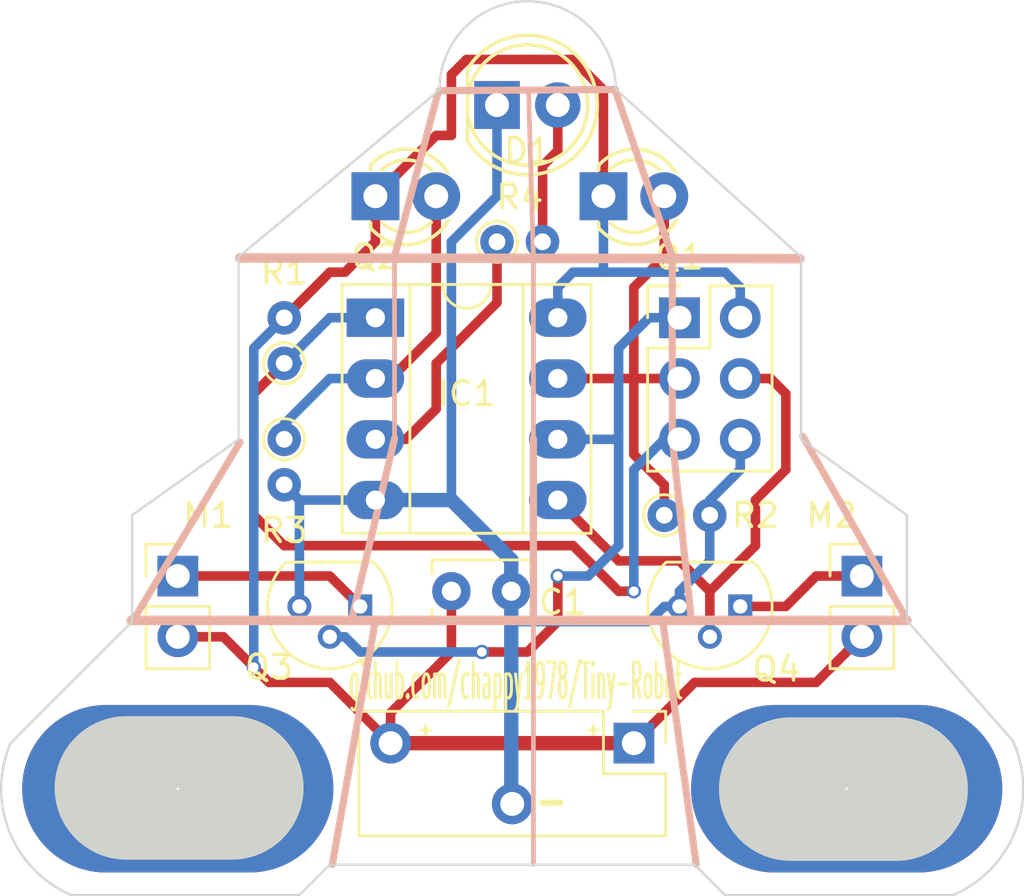
<source format=kicad_pcb>
(kicad_pcb (version 4) (host pcbnew 4.0.5)

  (general
    (links 32)
    (no_connects 0)
    (area 136.718983 69.269877 179.511017 106.730001)
    (thickness 1.6)
    (drawings 42)
    (tracks 127)
    (zones 0)
    (modules 17)
    (nets 12)
  )

  (page USLetter)
  (title_block
    (date 2000-12-31)
  )

  (layers
    (0 F.Cu signal)
    (31 B.Cu signal)
    (32 B.Adhes user hide)
    (33 F.Adhes user hide)
    (34 B.Paste user hide)
    (35 F.Paste user hide)
    (36 B.SilkS user)
    (37 F.SilkS user)
    (38 B.Mask user)
    (39 F.Mask user)
    (40 Dwgs.User user)
    (41 Cmts.User user)
    (42 Eco1.User user)
    (43 Eco2.User user)
    (44 Edge.Cuts user)
    (45 Margin user)
    (46 B.CrtYd user)
    (47 F.CrtYd user hide)
    (48 B.Fab user)
    (49 F.Fab user)
  )

  (setup
    (last_trace_width 0.4)
    (user_trace_width 0.3)
    (user_trace_width 0.35)
    (user_trace_width 0.4)
    (user_trace_width 0.45)
    (user_trace_width 0.5)
    (user_trace_width 0.55)
    (user_trace_width 0.6)
    (user_trace_width 0.65)
    (trace_clearance 0.2)
    (zone_clearance 0.508)
    (zone_45_only no)
    (trace_min 0.2)
    (segment_width 0.3)
    (edge_width 0.1)
    (via_size 0.6)
    (via_drill 0.4)
    (via_min_size 0.4)
    (via_min_drill 0.3)
    (user_via 0.5 0.4)
    (user_via 0.6 0.5)
    (user_via 0.7 0.6)
    (user_via 0.8 0.7)
    (user_via 0.9 0.8)
    (user_via 1 0.9)
    (user_via 1.1 1)
    (user_via 6.1 6)
    (uvia_size 0.3)
    (uvia_drill 0.1)
    (uvias_allowed no)
    (uvia_min_size 0.2)
    (uvia_min_drill 0.1)
    (pcb_text_width 0.3)
    (pcb_text_size 1.5 1.5)
    (mod_edge_width 0.15)
    (mod_text_size 1 1)
    (mod_text_width 0.15)
    (pad_size 13 7)
    (pad_drill 0.1)
    (pad_to_mask_clearance 0)
    (aux_axis_origin 148.4 102.23)
    (visible_elements FFFFF97F)
    (pcbplotparams
      (layerselection 0x01030_80000001)
      (usegerberextensions false)
      (excludeedgelayer true)
      (linewidth 0.100000)
      (plotframeref false)
      (viasonmask false)
      (mode 1)
      (useauxorigin false)
      (hpglpennumber 1)
      (hpglpenspeed 20)
      (hpglpendiameter 15)
      (hpglpenoverlay 2)
      (psnegative false)
      (psa4output false)
      (plotreference true)
      (plotvalue true)
      (plotinvisibletext false)
      (padsonsilk false)
      (subtractmaskfromsilk false)
      (outputformat 1)
      (mirror false)
      (drillshape 0)
      (scaleselection 1)
      (outputdirectory TinyRobot/))
  )

  (net 0 "")
  (net 1 VIN)
  (net 2 GND)
  (net 3 "Net-(D1-Pad2)")
  (net 4 PB5)
  (net 5 PB0)
  (net 6 "Net-(IC1-Pad2)")
  (net 7 PB1)
  (net 8 "Net-(IC1-Pad3)")
  (net 9 "Net-(IC1-Pad7)")
  (net 10 "Net-(M1-Pad1)")
  (net 11 "Net-(M2-Pad1)")

  (net_class Default "This is the default net class."
    (clearance 0.2)
    (trace_width 0.25)
    (via_dia 0.6)
    (via_drill 0.4)
    (uvia_dia 0.3)
    (uvia_drill 0.1)
    (add_net GND)
    (add_net "Net-(D1-Pad2)")
    (add_net "Net-(IC1-Pad2)")
    (add_net "Net-(IC1-Pad3)")
    (add_net "Net-(IC1-Pad7)")
    (add_net "Net-(M1-Pad1)")
    (add_net "Net-(M2-Pad1)")
    (add_net PB0)
    (add_net PB1)
    (add_net PB5)
    (add_net VIN)
  )

  (net_class Large ""
    (clearance 0.2)
    (trace_width 0.5)
    (via_dia 0.6)
    (via_drill 0.4)
    (uvia_dia 0.3)
    (uvia_drill 0.1)
  )

  (net_class Medium ""
    (clearance 0.2)
    (trace_width 0.4)
    (via_dia 0.6)
    (via_drill 0.4)
    (uvia_dia 0.3)
    (uvia_drill 0.1)
  )

  (module "Robot Parts:Motor_Holder" (layer F.Cu) (tedit 5925E0F5) (tstamp 5923DA6B)
    (at 172.085 102.235)
    (fp_text reference REF** (at 0 -6.35) (layer F.SilkS) hide
      (effects (font (size 1 1) (thickness 0.15)))
    )
    (fp_text value "Motor Holder" (at 0 -7.62) (layer F.Fab) hide
      (effects (font (size 1 1) (thickness 0.15)))
    )
    (pad "" thru_hole oval (at 0 0) (size 13 7) (drill oval 0.1) (layers *.Cu *.Mask))
  )

  (module "Robot Parts:Motor_Holder" (layer F.Cu) (tedit 5925E0C1) (tstamp 5923DA5D)
    (at 144.145 102.235)
    (fp_text reference REF** (at 0 -6.35) (layer F.SilkS) hide
      (effects (font (size 1 1) (thickness 0.15)))
    )
    (fp_text value "Motor Holder" (at 0 -7.62) (layer F.Fab) hide
      (effects (font (size 1 1) (thickness 0.15)))
    )
    (pad "" thru_hole oval (at 0 0) (size 13 7) (drill oval 0.1) (layers *.Cu *.Mask)
      (die_length 10))
  )

  (module Housings_DIP:DIP-8_W7.62mm_Socket_LongPads (layer F.Cu) (tedit 5923C21F) (tstamp 5923BB2F)
    (at 152.4 82.55)
    (descr "8-lead dip package, row spacing 7.62 mm (300 mils), Socket, LongPads")
    (tags "DIL DIP PDIP 2.54mm 7.62mm 300mil Socket LongPads")
    (path /585D596B)
    (fp_text reference IC1 (at 3.81 3.175) (layer F.SilkS)
      (effects (font (size 1 1) (thickness 0.15)))
    )
    (fp_text value ATTINY85 (at 3.81 10.01) (layer F.Fab) hide
      (effects (font (size 1 1) (thickness 0.15)))
    )
    (fp_text user %R (at 3.81 3.81) (layer F.Fab) hide
      (effects (font (size 1 1) (thickness 0.15)))
    )
    (fp_line (start 1.635 -1.27) (end 6.985 -1.27) (layer F.Fab) (width 0.1))
    (fp_line (start 6.985 -1.27) (end 6.985 8.89) (layer F.Fab) (width 0.1))
    (fp_line (start 6.985 8.89) (end 0.635 8.89) (layer F.Fab) (width 0.1))
    (fp_line (start 0.635 8.89) (end 0.635 -0.27) (layer F.Fab) (width 0.1))
    (fp_line (start 0.635 -0.27) (end 1.635 -1.27) (layer F.Fab) (width 0.1))
    (fp_line (start -1.27 -1.27) (end -1.27 8.89) (layer F.Fab) (width 0.1))
    (fp_line (start -1.27 8.89) (end 8.89 8.89) (layer F.Fab) (width 0.1))
    (fp_line (start 8.89 8.89) (end 8.89 -1.27) (layer F.Fab) (width 0.1))
    (fp_line (start 8.89 -1.27) (end -1.27 -1.27) (layer F.Fab) (width 0.1))
    (fp_line (start 2.81 -1.39) (end 1.44 -1.39) (layer F.SilkS) (width 0.12))
    (fp_line (start 1.44 -1.39) (end 1.44 9.01) (layer F.SilkS) (width 0.12))
    (fp_line (start 1.44 9.01) (end 6.18 9.01) (layer F.SilkS) (width 0.12))
    (fp_line (start 6.18 9.01) (end 6.18 -1.39) (layer F.SilkS) (width 0.12))
    (fp_line (start 6.18 -1.39) (end 4.81 -1.39) (layer F.SilkS) (width 0.12))
    (fp_line (start -1.39 -1.39) (end -1.39 9.01) (layer F.SilkS) (width 0.12))
    (fp_line (start -1.39 9.01) (end 9.01 9.01) (layer F.SilkS) (width 0.12))
    (fp_line (start 9.01 9.01) (end 9.01 -1.39) (layer F.SilkS) (width 0.12))
    (fp_line (start 9.01 -1.39) (end -1.39 -1.39) (layer F.SilkS) (width 0.12))
    (fp_line (start -1.7 -1.7) (end -1.7 9.3) (layer F.CrtYd) (width 0.05))
    (fp_line (start -1.7 9.3) (end 9.3 9.3) (layer F.CrtYd) (width 0.05))
    (fp_line (start 9.3 9.3) (end 9.3 -1.7) (layer F.CrtYd) (width 0.05))
    (fp_line (start 9.3 -1.7) (end -1.7 -1.7) (layer F.CrtYd) (width 0.05))
    (fp_arc (start 3.81 -1.39) (end 2.81 -1.39) (angle -180) (layer F.SilkS) (width 0.12))
    (pad 1 thru_hole rect (at 0 0) (size 2.4 1.6) (drill 0.8) (layers *.Cu *.Mask)
      (net 4 PB5))
    (pad 5 thru_hole oval (at 7.62 7.62) (size 2.4 1.6) (drill 0.8) (layers *.Cu *.Mask)
      (net 5 PB0))
    (pad 2 thru_hole oval (at 0 2.54) (size 2.4 1.6) (drill 0.8) (layers *.Cu *.Mask)
      (net 6 "Net-(IC1-Pad2)"))
    (pad 6 thru_hole oval (at 7.62 5.08) (size 2.4 1.6) (drill 0.8) (layers *.Cu *.Mask)
      (net 7 PB1))
    (pad 3 thru_hole oval (at 0 5.08) (size 2.4 1.6) (drill 0.8) (layers *.Cu *.Mask)
      (net 8 "Net-(IC1-Pad3)"))
    (pad 7 thru_hole oval (at 7.62 2.54) (size 2.4 1.6) (drill 0.8) (layers *.Cu *.Mask)
      (net 9 "Net-(IC1-Pad7)"))
    (pad 4 thru_hole oval (at 0 7.62) (size 2.4 1.6) (drill 0.8) (layers *.Cu *.Mask)
      (net 2 GND))
    (pad 8 thru_hole oval (at 7.62 0) (size 2.4 1.6) (drill 0.8) (layers *.Cu *.Mask)
      (net 1 VIN))
    (model ${KISYS3DMOD}/Housings_DIP.3dshapes/DIP-8_W7.62mm_Socket_LongPads.wrl
      (at (xyz 0 0 0))
      (scale (xyz 1 1 1))
      (rotate (xyz 0 0 0))
    )
  )

  (module "Robot Parts:CR2032_Battery_Holder" (layer F.Cu) (tedit 5925DB39) (tstamp 5923BB8C)
    (at 163.195 100.33 270)
    (descr "Through hole straight pin header, 2x05, 2.54mm pitch, double rows")
    (tags "Through hole pin header THT 2x05 2.54mm double row")
    (path /58603AEC)
    (fp_text reference P1 (at 3.175 10.16 360) (layer F.SilkS) hide
      (effects (font (size 1 1) (thickness 0.15)))
    )
    (fp_text value BATT (at 1.27 12.49 270) (layer F.Fab) hide
      (effects (font (size 1 1) (thickness 0.15)))
    )
    (fp_line (start -1.27 -1.27) (end -1.27 11.43) (layer F.Fab) (width 0.1))
    (fp_line (start -1.27 11.43) (end 3.81 11.43) (layer F.Fab) (width 0.1))
    (fp_line (start 3.81 11.43) (end 3.81 -1.27) (layer F.Fab) (width 0.1))
    (fp_line (start 3.81 -1.27) (end -1.27 -1.27) (layer F.Fab) (width 0.1))
    (fp_line (start -1.33 1.27) (end -1.33 11.49) (layer F.SilkS) (width 0.12))
    (fp_line (start -1.33 11.49) (end 3.87 11.49) (layer F.SilkS) (width 0.12))
    (fp_line (start 3.87 11.49) (end 3.87 -1.33) (layer F.SilkS) (width 0.12))
    (fp_line (start 3.87 -1.33) (end 1.27 -1.33) (layer F.SilkS) (width 0.12))
    (fp_line (start 1.27 -1.33) (end 1.27 1.27) (layer F.SilkS) (width 0.12))
    (fp_line (start 1.27 1.27) (end -1.33 1.27) (layer F.SilkS) (width 0.12))
    (fp_line (start -1.33 0) (end -1.33 -1.33) (layer F.SilkS) (width 0.12))
    (fp_line (start -1.33 -1.33) (end 0 -1.33) (layer F.SilkS) (width 0.12))
    (fp_line (start -1.8 -1.8) (end -1.8 11.95) (layer F.CrtYd) (width 0.05))
    (fp_line (start -1.8 11.95) (end 4.35 11.95) (layer F.CrtYd) (width 0.05))
    (fp_line (start 4.35 11.95) (end 4.35 -1.8) (layer F.CrtYd) (width 0.05))
    (fp_line (start 4.35 -1.8) (end -1.8 -1.8) (layer F.CrtYd) (width 0.05))
    (fp_text user BATT (at 0 5.08 360) (layer F.Fab)
      (effects (font (size 1 1) (thickness 0.15) italic))
    )
    (pad 1 thru_hole rect (at 0 0 270) (size 1.7 1.7) (drill 1) (layers *.Cu *.Mask)
      (net 1 VIN))
    (pad 3 thru_hole oval (at 0 10.16 270) (size 1.7 1.7) (drill 1) (layers *.Cu *.Mask)
      (net 1 VIN))
    (pad 2 thru_hole oval (at 2.54 5.08 270) (size 1.7 1.7) (drill 1) (layers *.Cu *.Mask)
      (net 2 GND))
    (model ${KISYS3DMOD}/Pin_Headers.3dshapes/Pin_Header_Straight_2x05_Pitch2.54mm.wrl
      (at (xyz 0.05 -0.2 0))
      (scale (xyz 1 1 1))
      (rotate (xyz 0 0 90))
    )
  )

  (module Capacitors_THT:C_Rect_L4.0mm_W2.5mm_P2.50mm (layer F.Cu) (tedit 59263013) (tstamp 5923BAFF)
    (at 155.575 93.98)
    (descr "C, Rect series, Radial, pin pitch=2.50mm, , length*width=4*2.5mm^2, Capacitor")
    (tags "C Rect series Radial pin pitch 2.50mm  length 4mm width 2.5mm Capacitor")
    (path /58603FF2)
    (fp_text reference C1 (at 4.635 0.46) (layer F.SilkS)
      (effects (font (size 1 1) (thickness 0.15)))
    )
    (fp_text value 10uf (at 1.25 2.31) (layer F.Fab) hide
      (effects (font (size 1 1) (thickness 0.15)))
    )
    (fp_line (start -0.75 -1.25) (end -0.75 1.25) (layer F.Fab) (width 0.1))
    (fp_line (start -0.75 1.25) (end 3.25 1.25) (layer F.Fab) (width 0.1))
    (fp_line (start 3.25 1.25) (end 3.25 -1.25) (layer F.Fab) (width 0.1))
    (fp_line (start 3.25 -1.25) (end -0.75 -1.25) (layer F.Fab) (width 0.1))
    (fp_line (start -0.81 -1.31) (end 3.31 -1.31) (layer F.SilkS) (width 0.12))
    (fp_line (start -0.81 1.31) (end 3.31 1.31) (layer F.SilkS) (width 0.12))
    (fp_line (start -0.81 -1.31) (end -0.81 -0.75) (layer F.SilkS) (width 0.12))
    (fp_line (start -0.81 0.75) (end -0.81 1.31) (layer F.SilkS) (width 0.12))
    (fp_line (start 3.31 -1.31) (end 3.31 -0.75) (layer F.SilkS) (width 0.12))
    (fp_line (start 3.31 0.75) (end 3.31 1.31) (layer F.SilkS) (width 0.12))
    (fp_line (start -1.1 -1.6) (end -1.1 1.6) (layer F.CrtYd) (width 0.05))
    (fp_line (start -1.1 1.6) (end 3.6 1.6) (layer F.CrtYd) (width 0.05))
    (fp_line (start 3.6 1.6) (end 3.6 -1.6) (layer F.CrtYd) (width 0.05))
    (fp_line (start 3.6 -1.6) (end -1.1 -1.6) (layer F.CrtYd) (width 0.05))
    (pad 1 thru_hole circle (at 0 0) (size 1.6 1.6) (drill 0.8) (layers *.Cu *.Mask)
      (net 1 VIN))
    (pad 2 thru_hole circle (at 2.5 0) (size 1.6 1.6) (drill 0.8) (layers *.Cu *.Mask)
      (net 2 GND))
    (model Capacitors_THT.3dshapes/C_Rect_L4.0mm_W2.5mm_P2.50mm.wrl
      (at (xyz 0 0 0))
      (scale (xyz 0.393701 0.393701 0.393701))
      (rotate (xyz 0 0 0))
    )
  )

  (module LEDs:LED-5MM (layer F.Cu) (tedit 5924F56B) (tstamp 5923BB0B)
    (at 157.48 73.66)
    (descr "LED 5mm round vertical")
    (tags "LED 5mm round vertical")
    (path /585EB84A)
    (fp_text reference D1 (at 1.27 1.905) (layer F.SilkS)
      (effects (font (size 1 1) (thickness 0.15)))
    )
    (fp_text value "Red LED" (at 1.524 -3.937) (layer F.Fab) hide
      (effects (font (size 1 1) (thickness 0.15)))
    )
    (fp_line (start -1.5 -1.55) (end -1.5 1.55) (layer F.CrtYd) (width 0.05))
    (fp_arc (start 1.3 0) (end -1.5 1.55) (angle -302) (layer F.CrtYd) (width 0.05))
    (fp_arc (start 1.27 0) (end -1.23 -1.5) (angle 297.5) (layer F.SilkS) (width 0.15))
    (fp_line (start -1.23 1.5) (end -1.23 -1.5) (layer F.SilkS) (width 0.15))
    (fp_circle (center 1.27 0) (end 0.97 -2.5) (layer F.SilkS) (width 0.15))
    (fp_text user K (at -1.905 1.905) (layer F.SilkS) hide
      (effects (font (size 1 1) (thickness 0.15)))
    )
    (pad 1 thru_hole rect (at 0 0 90) (size 2 1.9) (drill 1.00076) (layers *.Cu *.Mask)
      (net 2 GND))
    (pad 2 thru_hole circle (at 2.54 0) (size 1.9 1.9) (drill 1.00076) (layers *.Cu *.Mask)
      (net 3 "Net-(D1-Pad2)"))
    (model LEDs.3dshapes/LED-5MM.wrl
      (at (xyz 0.05 0 0))
      (scale (xyz 1 1 1))
      (rotate (xyz 0 0 90))
    )
  )

  (module Pin_Headers:Pin_Header_Straight_2x03_Pitch2.54mm (layer F.Cu) (tedit 5924F3C7) (tstamp 5923BB4A)
    (at 165.1 82.55)
    (descr "Through hole straight pin header, 2x03, 2.54mm pitch, double rows")
    (tags "Through hole pin header THT 2x03 2.54mm double row")
    (path /585EDFD6)
    (fp_text reference ISP1 (at 1.27 -2.33) (layer F.SilkS) hide
      (effects (font (size 1 1) (thickness 0.15)))
    )
    (fp_text value AVR-ISP-6 (at 1.27 7.41) (layer F.Fab) hide
      (effects (font (size 1 1) (thickness 0.15)))
    )
    (fp_line (start -1.27 -1.27) (end -1.27 6.35) (layer F.Fab) (width 0.1))
    (fp_line (start -1.27 6.35) (end 3.81 6.35) (layer F.Fab) (width 0.1))
    (fp_line (start 3.81 6.35) (end 3.81 -1.27) (layer F.Fab) (width 0.1))
    (fp_line (start 3.81 -1.27) (end -1.27 -1.27) (layer F.Fab) (width 0.1))
    (fp_line (start -1.33 1.27) (end -1.33 6.41) (layer F.SilkS) (width 0.12))
    (fp_line (start -1.33 6.41) (end 3.87 6.41) (layer F.SilkS) (width 0.12))
    (fp_line (start 3.87 6.41) (end 3.87 -1.33) (layer F.SilkS) (width 0.12))
    (fp_line (start 3.87 -1.33) (end 1.27 -1.33) (layer F.SilkS) (width 0.12))
    (fp_line (start 1.27 -1.33) (end 1.27 1.27) (layer F.SilkS) (width 0.12))
    (fp_line (start 1.27 1.27) (end -1.33 1.27) (layer F.SilkS) (width 0.12))
    (fp_line (start -1.33 0) (end -1.33 -1.33) (layer F.SilkS) (width 0.12))
    (fp_line (start -1.33 -1.33) (end 0 -1.33) (layer F.SilkS) (width 0.12))
    (fp_line (start -1.8 -1.8) (end -1.8 6.85) (layer F.CrtYd) (width 0.05))
    (fp_line (start -1.8 6.85) (end 4.35 6.85) (layer F.CrtYd) (width 0.05))
    (fp_line (start 4.35 6.85) (end 4.35 -1.8) (layer F.CrtYd) (width 0.05))
    (fp_line (start 4.35 -1.8) (end -1.8 -1.8) (layer F.CrtYd) (width 0.05))
    (fp_text user %R (at 1.27 -2.33) (layer F.Fab) hide
      (effects (font (size 1 1) (thickness 0.15)))
    )
    (pad 1 thru_hole rect (at 0 0) (size 1.7 1.7) (drill 1) (layers *.Cu *.Mask)
      (net 7 PB1))
    (pad 2 thru_hole oval (at 2.54 0) (size 1.7 1.7) (drill 1) (layers *.Cu *.Mask)
      (net 1 VIN))
    (pad 3 thru_hole oval (at 0 2.54) (size 1.7 1.7) (drill 1) (layers *.Cu *.Mask)
      (net 9 "Net-(IC1-Pad7)"))
    (pad 4 thru_hole oval (at 2.54 2.54) (size 1.7 1.7) (drill 1) (layers *.Cu *.Mask)
      (net 5 PB0))
    (pad 5 thru_hole oval (at 0 5.08) (size 1.7 1.7) (drill 1) (layers *.Cu *.Mask)
      (net 4 PB5))
    (pad 6 thru_hole oval (at 2.54 5.08) (size 1.7 1.7) (drill 1) (layers *.Cu *.Mask)
      (net 2 GND))
    (model ${KISYS3DMOD}/Pin_Headers.3dshapes/Pin_Header_Straight_2x03_Pitch2.54mm.wrl
      (at (xyz 0.05 -0.1 0))
      (scale (xyz 1 1 1))
      (rotate (xyz 0 0 90))
    )
  )

  (module Pin_Headers:Pin_Header_Straight_1x02_Pitch2.54mm (layer F.Cu) (tedit 5924F8B9) (tstamp 5923BB5F)
    (at 144.145 93.345)
    (descr "Through hole straight pin header, 1x02, 2.54mm pitch, single row")
    (tags "Through hole pin header THT 1x02 2.54mm single row")
    (path /585ED9F8)
    (fp_text reference M1 (at 1.27 -2.54) (layer F.SilkS)
      (effects (font (size 1 1) (thickness 0.15)))
    )
    (fp_text value Left (at 0 4.87) (layer F.Fab) hide
      (effects (font (size 1 1) (thickness 0.15)))
    )
    (fp_line (start -1.27 -1.27) (end -1.27 3.81) (layer F.Fab) (width 0.1))
    (fp_line (start -1.27 3.81) (end 1.27 3.81) (layer F.Fab) (width 0.1))
    (fp_line (start 1.27 3.81) (end 1.27 -1.27) (layer F.Fab) (width 0.1))
    (fp_line (start 1.27 -1.27) (end -1.27 -1.27) (layer F.Fab) (width 0.1))
    (fp_line (start -1.33 1.27) (end -1.33 3.87) (layer F.SilkS) (width 0.12))
    (fp_line (start -1.33 3.87) (end 1.33 3.87) (layer F.SilkS) (width 0.12))
    (fp_line (start 1.33 3.87) (end 1.33 1.27) (layer F.SilkS) (width 0.12))
    (fp_line (start 1.33 1.27) (end -1.33 1.27) (layer F.SilkS) (width 0.12))
    (fp_line (start -1.33 0) (end -1.33 -1.33) (layer F.SilkS) (width 0.12))
    (fp_line (start -1.33 -1.33) (end 0 -1.33) (layer F.SilkS) (width 0.12))
    (fp_line (start -1.8 -1.8) (end -1.8 4.35) (layer F.CrtYd) (width 0.05))
    (fp_line (start -1.8 4.35) (end 1.8 4.35) (layer F.CrtYd) (width 0.05))
    (fp_line (start 1.8 4.35) (end 1.8 -1.8) (layer F.CrtYd) (width 0.05))
    (fp_line (start 1.8 -1.8) (end -1.8 -1.8) (layer F.CrtYd) (width 0.05))
    (fp_text user %R (at 0 -2.33) (layer F.Fab) hide
      (effects (font (size 1 1) (thickness 0.15)))
    )
    (pad 1 thru_hole rect (at 0 0) (size 1.7 1.7) (drill 1) (layers *.Cu *.Mask)
      (net 10 "Net-(M1-Pad1)"))
    (pad 2 thru_hole oval (at 0 2.54) (size 1.7 1.7) (drill 1) (layers *.Cu *.Mask)
      (net 1 VIN))
    (model ${KISYS3DMOD}/Pin_Headers.3dshapes/Pin_Header_Straight_1x02_Pitch2.54mm.wrl
      (at (xyz 0 -0.05 0))
      (scale (xyz 1 1 1))
      (rotate (xyz 0 0 90))
    )
  )

  (module Pin_Headers:Pin_Header_Straight_1x02_Pitch2.54mm (layer F.Cu) (tedit 5924F8C0) (tstamp 5923BB74)
    (at 172.72 93.345)
    (descr "Through hole straight pin header, 1x02, 2.54mm pitch, single row")
    (tags "Through hole pin header THT 1x02 2.54mm single row")
    (path /585ED62A)
    (fp_text reference M2 (at -1.27 -2.54) (layer F.SilkS)
      (effects (font (size 1 1) (thickness 0.15)))
    )
    (fp_text value Right (at 0 4.87) (layer F.Fab) hide
      (effects (font (size 1 1) (thickness 0.15)))
    )
    (fp_line (start -1.27 -1.27) (end -1.27 3.81) (layer F.Fab) (width 0.1))
    (fp_line (start -1.27 3.81) (end 1.27 3.81) (layer F.Fab) (width 0.1))
    (fp_line (start 1.27 3.81) (end 1.27 -1.27) (layer F.Fab) (width 0.1))
    (fp_line (start 1.27 -1.27) (end -1.27 -1.27) (layer F.Fab) (width 0.1))
    (fp_line (start -1.33 1.27) (end -1.33 3.87) (layer F.SilkS) (width 0.12))
    (fp_line (start -1.33 3.87) (end 1.33 3.87) (layer F.SilkS) (width 0.12))
    (fp_line (start 1.33 3.87) (end 1.33 1.27) (layer F.SilkS) (width 0.12))
    (fp_line (start 1.33 1.27) (end -1.33 1.27) (layer F.SilkS) (width 0.12))
    (fp_line (start -1.33 0) (end -1.33 -1.33) (layer F.SilkS) (width 0.12))
    (fp_line (start -1.33 -1.33) (end 0 -1.33) (layer F.SilkS) (width 0.12))
    (fp_line (start -1.8 -1.8) (end -1.8 4.35) (layer F.CrtYd) (width 0.05))
    (fp_line (start -1.8 4.35) (end 1.8 4.35) (layer F.CrtYd) (width 0.05))
    (fp_line (start 1.8 4.35) (end 1.8 -1.8) (layer F.CrtYd) (width 0.05))
    (fp_line (start 1.8 -1.8) (end -1.8 -1.8) (layer F.CrtYd) (width 0.05))
    (fp_text user %R (at 0 -2.33) (layer F.Fab) hide
      (effects (font (size 1 1) (thickness 0.15)))
    )
    (pad 1 thru_hole rect (at 0 0) (size 1.7 1.7) (drill 1) (layers *.Cu *.Mask)
      (net 11 "Net-(M2-Pad1)"))
    (pad 2 thru_hole oval (at 0 2.54) (size 1.7 1.7) (drill 1) (layers *.Cu *.Mask)
      (net 1 VIN))
    (model ${KISYS3DMOD}/Pin_Headers.3dshapes/Pin_Header_Straight_1x02_Pitch2.54mm.wrl
      (at (xyz 0 -0.05 0))
      (scale (xyz 1 1 1))
      (rotate (xyz 0 0 90))
    )
  )

  (module LEDs:LED-3MM (layer F.Cu) (tedit 5924F529) (tstamp 5923BB9D)
    (at 161.925 77.47)
    (descr "LED 3mm round vertical")
    (tags "LED  3mm round vertical")
    (path /585EC75E)
    (fp_text reference Q1 (at 3.175 2.54) (layer F.SilkS)
      (effects (font (size 1 1) (thickness 0.15)))
    )
    (fp_text value Right (at 1.3 -2.9) (layer F.Fab) hide
      (effects (font (size 1 1) (thickness 0.15)))
    )
    (fp_line (start -1.2 2.3) (end 3.8 2.3) (layer F.CrtYd) (width 0.05))
    (fp_line (start 3.8 2.3) (end 3.8 -2.2) (layer F.CrtYd) (width 0.05))
    (fp_line (start 3.8 -2.2) (end -1.2 -2.2) (layer F.CrtYd) (width 0.05))
    (fp_line (start -1.2 -2.2) (end -1.2 2.3) (layer F.CrtYd) (width 0.05))
    (fp_line (start -0.199 1.314) (end -0.199 1.114) (layer F.SilkS) (width 0.15))
    (fp_line (start -0.199 -1.28) (end -0.199 -1.1) (layer F.SilkS) (width 0.15))
    (fp_arc (start 1.301 0.034) (end -0.199 -1.286) (angle 108.5) (layer F.SilkS) (width 0.15))
    (fp_arc (start 1.301 0.034) (end 0.25 -1.1) (angle 85.7) (layer F.SilkS) (width 0.15))
    (fp_arc (start 1.311 0.034) (end 3.051 0.994) (angle 110) (layer F.SilkS) (width 0.15))
    (fp_arc (start 1.301 0.034) (end 2.335 1.094) (angle 87.5) (layer F.SilkS) (width 0.15))
    (fp_text user K (at -1.69 1.74) (layer F.SilkS) hide
      (effects (font (size 1 1) (thickness 0.15)))
    )
    (pad 1 thru_hole rect (at 0 0 90) (size 2 2) (drill 1.00076) (layers *.Cu *.Mask)
      (net 1 VIN))
    (pad 2 thru_hole circle (at 2.54 0) (size 2 2) (drill 1.00076) (layers *.Cu *.Mask)
      (net 9 "Net-(IC1-Pad7)"))
    (model LEDs.3dshapes/LED-3MM.wrl
      (at (xyz 0.05 0 0))
      (scale (xyz 1 1 1))
      (rotate (xyz 0 0 90))
    )
  )

  (module LEDs:LED-3MM (layer F.Cu) (tedit 5924F52E) (tstamp 5923BBAE)
    (at 152.4 77.47)
    (descr "LED 3mm round vertical")
    (tags "LED  3mm round vertical")
    (path /585EBACA)
    (fp_text reference Q2 (at 0 2.54) (layer F.SilkS)
      (effects (font (size 1 1) (thickness 0.15)))
    )
    (fp_text value Left (at 1.3 -2.9) (layer F.Fab) hide
      (effects (font (size 1 1) (thickness 0.15)))
    )
    (fp_line (start -1.2 2.3) (end 3.8 2.3) (layer F.CrtYd) (width 0.05))
    (fp_line (start 3.8 2.3) (end 3.8 -2.2) (layer F.CrtYd) (width 0.05))
    (fp_line (start 3.8 -2.2) (end -1.2 -2.2) (layer F.CrtYd) (width 0.05))
    (fp_line (start -1.2 -2.2) (end -1.2 2.3) (layer F.CrtYd) (width 0.05))
    (fp_line (start -0.199 1.314) (end -0.199 1.114) (layer F.SilkS) (width 0.15))
    (fp_line (start -0.199 -1.28) (end -0.199 -1.1) (layer F.SilkS) (width 0.15))
    (fp_arc (start 1.301 0.034) (end -0.199 -1.286) (angle 108.5) (layer F.SilkS) (width 0.15))
    (fp_arc (start 1.301 0.034) (end 0.25 -1.1) (angle 85.7) (layer F.SilkS) (width 0.15))
    (fp_arc (start 1.311 0.034) (end 3.051 0.994) (angle 110) (layer F.SilkS) (width 0.15))
    (fp_arc (start 1.301 0.034) (end 2.335 1.094) (angle 87.5) (layer F.SilkS) (width 0.15))
    (fp_text user K (at -1.69 1.74) (layer F.SilkS) hide
      (effects (font (size 1 1) (thickness 0.15)))
    )
    (pad 1 thru_hole rect (at 0 0 90) (size 2 2) (drill 1.00076) (layers *.Cu *.Mask)
      (net 1 VIN))
    (pad 2 thru_hole circle (at 2.54 0) (size 2 2) (drill 1.00076) (layers *.Cu *.Mask)
      (net 6 "Net-(IC1-Pad2)"))
    (model LEDs.3dshapes/LED-3MM.wrl
      (at (xyz 0.05 0 0))
      (scale (xyz 1 1 1))
      (rotate (xyz 0 0 90))
    )
  )

  (module TO_SOT_Packages_THT:TO-92_Molded_Narrow (layer F.Cu) (tedit 5924F945) (tstamp 5923BBC0)
    (at 151.765 94.615 180)
    (descr "TO-92 leads molded, narrow, drill 0.6mm (see NXP sot054_po.pdf)")
    (tags "to-92 sc-43 sc-43a sot54 PA33 transistor")
    (path /5922FD28)
    (fp_text reference Q3 (at 3.81 -2.54 180) (layer F.SilkS)
      (effects (font (size 1 1) (thickness 0.15)))
    )
    (fp_text value BS170 (at 1.27 2.79 180) (layer F.Fab) hide
      (effects (font (size 1 1) (thickness 0.15)))
    )
    (fp_text user %R (at 1.27 -3.56 180) (layer F.Fab) hide
      (effects (font (size 1 1) (thickness 0.15)))
    )
    (fp_line (start -0.53 1.85) (end 3.07 1.85) (layer F.SilkS) (width 0.12))
    (fp_line (start -0.5 1.75) (end 3 1.75) (layer F.Fab) (width 0.1))
    (fp_line (start -1.46 -2.73) (end 4 -2.73) (layer F.CrtYd) (width 0.05))
    (fp_line (start -1.46 -2.73) (end -1.46 2.01) (layer F.CrtYd) (width 0.05))
    (fp_line (start 4 2.01) (end 4 -2.73) (layer F.CrtYd) (width 0.05))
    (fp_line (start 4 2.01) (end -1.46 2.01) (layer F.CrtYd) (width 0.05))
    (fp_arc (start 1.27 0) (end 1.27 -2.48) (angle 135) (layer F.Fab) (width 0.1))
    (fp_arc (start 1.27 0) (end 1.27 -2.6) (angle -135) (layer F.SilkS) (width 0.12))
    (fp_arc (start 1.27 0) (end 1.27 -2.48) (angle -135) (layer F.Fab) (width 0.1))
    (fp_arc (start 1.27 0) (end 1.27 -2.6) (angle 135) (layer F.SilkS) (width 0.12))
    (pad 2 thru_hole circle (at 1.27 -1.27 270) (size 1 1) (drill 0.6) (layers *.Cu *.Mask)
      (net 7 PB1))
    (pad 3 thru_hole circle (at 2.54 0 270) (size 1 1) (drill 0.6) (layers *.Cu *.Mask)
      (net 2 GND))
    (pad 1 thru_hole rect (at 0 0 270) (size 1 1) (drill 0.6) (layers *.Cu *.Mask)
      (net 10 "Net-(M1-Pad1)"))
    (model ${KISYS3DMOD}/TO_SOT_Packages_THT.3dshapes/TO-92_Molded_Narrow.wrl
      (at (xyz 0.05 0 0))
      (scale (xyz 1 1 1))
      (rotate (xyz 0 0 -90))
    )
  )

  (module TO_SOT_Packages_THT:TO-92_Molded_Narrow (layer F.Cu) (tedit 5926300A) (tstamp 5923BBD2)
    (at 167.64 94.615 180)
    (descr "TO-92 leads molded, narrow, drill 0.6mm (see NXP sot054_po.pdf)")
    (tags "to-92 sc-43 sc-43a sot54 PA33 transistor")
    (path /5922FCE7)
    (fp_text reference Q4 (at -1.51 -2.615 180) (layer F.SilkS)
      (effects (font (size 1 1) (thickness 0.15)))
    )
    (fp_text value BS170 (at 1.27 2.79 180) (layer F.Fab) hide
      (effects (font (size 1 1) (thickness 0.15)))
    )
    (fp_text user %R (at 1.27 -3.56 180) (layer F.Fab) hide
      (effects (font (size 1 1) (thickness 0.15)))
    )
    (fp_line (start -0.53 1.85) (end 3.07 1.85) (layer F.SilkS) (width 0.12))
    (fp_line (start -0.5 1.75) (end 3 1.75) (layer F.Fab) (width 0.1))
    (fp_line (start -1.46 -2.73) (end 4 -2.73) (layer F.CrtYd) (width 0.05))
    (fp_line (start -1.46 -2.73) (end -1.46 2.01) (layer F.CrtYd) (width 0.05))
    (fp_line (start 4 2.01) (end 4 -2.73) (layer F.CrtYd) (width 0.05))
    (fp_line (start 4 2.01) (end -1.46 2.01) (layer F.CrtYd) (width 0.05))
    (fp_arc (start 1.27 0) (end 1.27 -2.48) (angle 135) (layer F.Fab) (width 0.1))
    (fp_arc (start 1.27 0) (end 1.27 -2.6) (angle -135) (layer F.SilkS) (width 0.12))
    (fp_arc (start 1.27 0) (end 1.27 -2.48) (angle -135) (layer F.Fab) (width 0.1))
    (fp_arc (start 1.27 0) (end 1.27 -2.6) (angle 135) (layer F.SilkS) (width 0.12))
    (pad 2 thru_hole circle (at 1.27 -1.27 270) (size 1 1) (drill 0.6) (layers *.Cu *.Mask)
      (net 5 PB0))
    (pad 3 thru_hole circle (at 2.54 0 270) (size 1 1) (drill 0.6) (layers *.Cu *.Mask)
      (net 2 GND))
    (pad 1 thru_hole rect (at 0 0 270) (size 1 1) (drill 0.6) (layers *.Cu *.Mask)
      (net 11 "Net-(M2-Pad1)"))
    (model ${KISYS3DMOD}/TO_SOT_Packages_THT.3dshapes/TO-92_Molded_Narrow.wrl
      (at (xyz 0.05 0 0))
      (scale (xyz 1 1 1))
      (rotate (xyz 0 0 -90))
    )
  )

  (module Resistors_THT:R_Axial_DIN0204_L3.6mm_D1.6mm_P1.90mm_Vertical (layer F.Cu) (tedit 5924F930) (tstamp 5923BBE0)
    (at 148.59 84.455 90)
    (descr "Resistor, Axial_DIN0204 series, Axial, Vertical, pin pitch=1.9mm, 0.16666666666666666W = 1/6W, length*diameter=3.6*1.6mm^2, http://cdn-reichelt.de/documents/datenblatt/B400/1_4W%23YAG.pdf")
    (tags "Resistor Axial_DIN0204 series Axial Vertical pin pitch 1.9mm 0.16666666666666666W = 1/6W length 3.6mm diameter 1.6mm")
    (path /586046CF)
    (fp_text reference R1 (at 3.81 0 180) (layer F.SilkS)
      (effects (font (size 1 1) (thickness 0.15)))
    )
    (fp_text value 10K (at 0.95 1.86 90) (layer F.Fab) hide
      (effects (font (size 1 1) (thickness 0.15)))
    )
    (fp_circle (center 0 0) (end 0.8 0) (layer F.Fab) (width 0.1))
    (fp_circle (center 0 0) (end 0.86 0) (layer F.SilkS) (width 0.12))
    (fp_line (start 0 0) (end 1.9 0) (layer F.Fab) (width 0.1))
    (fp_line (start 0.86 0) (end 0.9 0) (layer F.SilkS) (width 0.12))
    (fp_line (start -1.15 -1.15) (end -1.15 1.15) (layer F.CrtYd) (width 0.05))
    (fp_line (start -1.15 1.15) (end 2.95 1.15) (layer F.CrtYd) (width 0.05))
    (fp_line (start 2.95 1.15) (end 2.95 -1.15) (layer F.CrtYd) (width 0.05))
    (fp_line (start 2.95 -1.15) (end -1.15 -1.15) (layer F.CrtYd) (width 0.05))
    (pad 1 thru_hole circle (at 0 0 90) (size 1.4 1.4) (drill 0.7) (layers *.Cu *.Mask)
      (net 4 PB5))
    (pad 2 thru_hole oval (at 1.9 0 90) (size 1.4 1.4) (drill 0.7) (layers *.Cu *.Mask)
      (net 1 VIN))
    (model Resistors_THT.3dshapes/R_Axial_DIN0204_L3.6mm_D1.6mm_P1.90mm_Vertical.wrl
      (at (xyz 0 0 0))
      (scale (xyz 0.393701 0.393701 0.393701))
      (rotate (xyz 0 0 0))
    )
  )

  (module Resistors_THT:R_Axial_DIN0204_L3.6mm_D1.6mm_P1.90mm_Vertical (layer F.Cu) (tedit 5924F521) (tstamp 5923BBEE)
    (at 164.465 90.805)
    (descr "Resistor, Axial_DIN0204 series, Axial, Vertical, pin pitch=1.9mm, 0.16666666666666666W = 1/6W, length*diameter=3.6*1.6mm^2, http://cdn-reichelt.de/documents/datenblatt/B400/1_4W%23YAG.pdf")
    (tags "Resistor Axial_DIN0204 series Axial Vertical pin pitch 1.9mm 0.16666666666666666W = 1/6W length 3.6mm diameter 1.6mm")
    (path /585EC774)
    (fp_text reference R2 (at 3.81 0) (layer F.SilkS)
      (effects (font (size 1 1) (thickness 0.15)))
    )
    (fp_text value 10k (at 0.95 1.86) (layer F.Fab) hide
      (effects (font (size 1 1) (thickness 0.15)))
    )
    (fp_circle (center 0 0) (end 0.8 0) (layer F.Fab) (width 0.1))
    (fp_circle (center 0 0) (end 0.86 0) (layer F.SilkS) (width 0.12))
    (fp_line (start 0 0) (end 1.9 0) (layer F.Fab) (width 0.1))
    (fp_line (start 0.86 0) (end 0.9 0) (layer F.SilkS) (width 0.12))
    (fp_line (start -1.15 -1.15) (end -1.15 1.15) (layer F.CrtYd) (width 0.05))
    (fp_line (start -1.15 1.15) (end 2.95 1.15) (layer F.CrtYd) (width 0.05))
    (fp_line (start 2.95 1.15) (end 2.95 -1.15) (layer F.CrtYd) (width 0.05))
    (fp_line (start 2.95 -1.15) (end -1.15 -1.15) (layer F.CrtYd) (width 0.05))
    (pad 1 thru_hole circle (at 0 0) (size 1.4 1.4) (drill 0.7) (layers *.Cu *.Mask)
      (net 9 "Net-(IC1-Pad7)"))
    (pad 2 thru_hole oval (at 1.9 0) (size 1.4 1.4) (drill 0.7) (layers *.Cu *.Mask)
      (net 2 GND))
    (model Resistors_THT.3dshapes/R_Axial_DIN0204_L3.6mm_D1.6mm_P1.90mm_Vertical.wrl
      (at (xyz 0 0 0))
      (scale (xyz 0.393701 0.393701 0.393701))
      (rotate (xyz 0 0 0))
    )
  )

  (module Resistors_THT:R_Axial_DIN0204_L3.6mm_D1.6mm_P1.90mm_Vertical (layer F.Cu) (tedit 5924F4C4) (tstamp 5923BBFC)
    (at 148.59 87.63 270)
    (descr "Resistor, Axial_DIN0204 series, Axial, Vertical, pin pitch=1.9mm, 0.16666666666666666W = 1/6W, length*diameter=3.6*1.6mm^2, http://cdn-reichelt.de/documents/datenblatt/B400/1_4W%23YAG.pdf")
    (tags "Resistor Axial_DIN0204 series Axial Vertical pin pitch 1.9mm 0.16666666666666666W = 1/6W length 3.6mm diameter 1.6mm")
    (path /585EC343)
    (fp_text reference R3 (at 3.81 0 360) (layer F.SilkS)
      (effects (font (size 1 1) (thickness 0.15)))
    )
    (fp_text value 10k (at 0.95 1.86 270) (layer F.Fab) hide
      (effects (font (size 1 1) (thickness 0.15)))
    )
    (fp_circle (center 0 0) (end 0.8 0) (layer F.Fab) (width 0.1))
    (fp_circle (center 0 0) (end 0.86 0) (layer F.SilkS) (width 0.12))
    (fp_line (start 0 0) (end 1.9 0) (layer F.Fab) (width 0.1))
    (fp_line (start 0.86 0) (end 0.9 0) (layer F.SilkS) (width 0.12))
    (fp_line (start -1.15 -1.15) (end -1.15 1.15) (layer F.CrtYd) (width 0.05))
    (fp_line (start -1.15 1.15) (end 2.95 1.15) (layer F.CrtYd) (width 0.05))
    (fp_line (start 2.95 1.15) (end 2.95 -1.15) (layer F.CrtYd) (width 0.05))
    (fp_line (start 2.95 -1.15) (end -1.15 -1.15) (layer F.CrtYd) (width 0.05))
    (pad 1 thru_hole circle (at 0 0 270) (size 1.4 1.4) (drill 0.7) (layers *.Cu *.Mask)
      (net 6 "Net-(IC1-Pad2)"))
    (pad 2 thru_hole oval (at 1.9 0 270) (size 1.4 1.4) (drill 0.7) (layers *.Cu *.Mask)
      (net 2 GND))
    (model Resistors_THT.3dshapes/R_Axial_DIN0204_L3.6mm_D1.6mm_P1.90mm_Vertical.wrl
      (at (xyz 0 0 0))
      (scale (xyz 0.393701 0.393701 0.393701))
      (rotate (xyz 0 0 0))
    )
  )

  (module Resistors_THT:R_Axial_DIN0204_L3.6mm_D1.6mm_P1.90mm_Vertical (layer F.Cu) (tedit 5923C93C) (tstamp 5923BC0A)
    (at 157.48 79.375)
    (descr "Resistor, Axial_DIN0204 series, Axial, Vertical, pin pitch=1.9mm, 0.16666666666666666W = 1/6W, length*diameter=3.6*1.6mm^2, http://cdn-reichelt.de/documents/datenblatt/B400/1_4W%23YAG.pdf")
    (tags "Resistor Axial_DIN0204 series Axial Vertical pin pitch 1.9mm 0.16666666666666666W = 1/6W length 3.6mm diameter 1.6mm")
    (path /585DA145)
    (fp_text reference R4 (at 0.95 -1.86) (layer F.SilkS)
      (effects (font (size 1 1) (thickness 0.15)))
    )
    (fp_text value 330 (at 0.95 1.86) (layer F.Fab) hide
      (effects (font (size 1 1) (thickness 0.15)))
    )
    (fp_circle (center 0 0) (end 0.8 0) (layer F.Fab) (width 0.1))
    (fp_circle (center 0 0) (end 0.86 0) (layer F.SilkS) (width 0.12))
    (fp_line (start 0 0) (end 1.9 0) (layer F.Fab) (width 0.1))
    (fp_line (start 0.86 0) (end 0.9 0) (layer F.SilkS) (width 0.12))
    (fp_line (start -1.15 -1.15) (end -1.15 1.15) (layer F.CrtYd) (width 0.05))
    (fp_line (start -1.15 1.15) (end 2.95 1.15) (layer F.CrtYd) (width 0.05))
    (fp_line (start 2.95 1.15) (end 2.95 -1.15) (layer F.CrtYd) (width 0.05))
    (fp_line (start 2.95 -1.15) (end -1.15 -1.15) (layer F.CrtYd) (width 0.05))
    (pad 1 thru_hole circle (at 0 0) (size 1.4 1.4) (drill 0.7) (layers *.Cu *.Mask)
      (net 8 "Net-(IC1-Pad3)"))
    (pad 2 thru_hole oval (at 1.9 0) (size 1.4 1.4) (drill 0.7) (layers *.Cu *.Mask)
      (net 3 "Net-(D1-Pad2)"))
    (model Resistors_THT.3dshapes/R_Axial_DIN0204_L3.6mm_D1.6mm_P1.90mm_Vertical.wrl
      (at (xyz 0 0 0))
      (scale (xyz 0.393701 0.393701 0.393701))
      (rotate (xyz 0 0 0))
    )
  )

  (gr_line (start 146.75 87.75) (end 142.25 95.25) (angle 90) (layer B.SilkS) (width 0.3))
  (gr_line (start 170.25 87.5) (end 174.5 95) (angle 90) (layer B.SilkS) (width 0.3))
  (gr_line (start 153.2 87.6) (end 151.4 95.2) (angle 90) (layer B.SilkS) (width 0.3))
  (gr_line (start 159 95.2) (end 159 105.4) (angle 90) (layer B.SilkS) (width 0.2))
  (gr_line (start 164.8 87.6) (end 165.6 95.2) (angle 90) (layer B.SilkS) (width 0.3))
  (gr_line (start 165.8 105.4) (end 164.4 95.2) (angle 90) (layer B.SilkS) (width 0.3))
  (gr_line (start 152.4 95.2) (end 150.6 105.4) (angle 90) (layer B.SilkS) (width 0.3))
  (gr_line (start 159 87.6) (end 159 95.2) (angle 90) (layer B.SilkS) (width 0.3))
  (gr_line (start 142.2 95.2) (end 174.6 95.2) (angle 90) (layer B.SilkS) (width 0.4))
  (gr_line (start 179 100.2) (end 179.2 100.6) (angle 90) (layer Edge.Cuts) (width 0.1))
  (gr_line (start 174.6 95.2) (end 179 100.2) (angle 90) (layer Edge.Cuts) (width 0.1))
  (gr_line (start 174.6 90.8) (end 174.6 95.2) (angle 90) (layer Edge.Cuts) (width 0.1))
  (gr_line (start 164.8 80.2) (end 164.8 87.6) (angle 90) (layer B.SilkS) (width 0.3))
  (gr_line (start 159 80) (end 159 87.6) (angle 90) (layer B.SilkS) (width 0.2))
  (gr_line (start 153.2 80.2) (end 153.2 87.6) (angle 90) (layer B.SilkS) (width 0.2))
  (gr_line (start 158.8 73.2) (end 159 80) (angle 90) (layer B.SilkS) (width 0.2))
  (gr_line (start 162.4 73) (end 164.8 80) (angle 90) (layer B.SilkS) (width 0.3))
  (gr_line (start 155 73.2) (end 153.2 80) (angle 90) (layer B.SilkS) (width 0.3))
  (gr_line (start 155.07 73.06) (end 162.42 73.01) (angle 90) (layer B.SilkS) (width 0.3))
  (gr_line (start 146.74 80.05) (end 170.13 80.08) (angle 90) (layer B.SilkS) (width 0.4))
  (gr_line (start 142.24 90.8) (end 146.68 87.64) (angle 90) (layer Edge.Cuts) (width 0.1))
  (gr_line (start 162.44 73) (end 170.18 80.01) (layer Edge.Cuts) (width 0.1))
  (gr_arc (start 158.76 73) (end 155.08 73.03) (angle 180.4670748) (layer Edge.Cuts) (width 0.1))
  (gr_line (start 146.685 80.01) (end 155.08 73.03) (layer Edge.Cuts) (width 0.1))
  (gr_line (start 174.62 90.81) (end 170.18 87.63) (layer Edge.Cuts) (width 0.1))
  (gr_line (start 146.4 102.2) (end 142 102.2) (angle 90) (layer Edge.Cuts) (width 6) (tstamp 5925E043))
  (gr_text - (at 159.75 102.75) (layer F.SilkS)
    (effects (font (size 1 1) (thickness 0.25)))
  )
  (gr_text + (at 161.5 99.75) (layer F.SilkS)
    (effects (font (size 0.5 0.5) (thickness 0.125)))
  )
  (gr_text + (at 154.5 99.75) (layer F.SilkS)
    (effects (font (size 0.5 0.5) (thickness 0.125)))
  )
  (gr_line (start 174.15 102.25) (end 169.75 102.25) (angle 90) (layer Edge.Cuts) (width 6) (tstamp 5925AED4))
  (gr_text github.com/chappy1978/Tiny-Robot (at 158.25 97.75) (layer F.SilkS)
    (effects (font (size 1.5 0.5) (thickness 0.125)))
  )
  (gr_line (start 142.24 90.805) (end 142.24 95.25) (angle 90) (layer Edge.Cuts) (width 0.1))
  (gr_arc (start 141.605 102.235) (end 139.7 106.68) (angle 90) (layer Edge.Cuts) (width 0.1))
  (gr_line (start 137.16 100.33) (end 142.24 95.25) (angle 90) (layer Edge.Cuts) (width 0.1))
  (gr_arc (start 174.625 102.235) (end 179.07 100.33) (angle 90) (layer Edge.Cuts) (width 0.1))
  (gr_line (start 149.225 106.68) (end 139.7 106.68) (angle 90) (layer Edge.Cuts) (width 0.1))
  (gr_line (start 150.495 105.41) (end 149.225 106.68) (angle 90) (layer Edge.Cuts) (width 0.1))
  (gr_line (start 167.005 106.68) (end 176.53 106.68) (angle 90) (layer Edge.Cuts) (width 0.1))
  (gr_line (start 165.735 105.41) (end 167.005 106.68) (angle 90) (layer Edge.Cuts) (width 0.1))
  (gr_line (start 146.685 80.01) (end 146.685 87.63) (angle 90) (layer Edge.Cuts) (width 0.1))
  (gr_line (start 170.18 80.01) (end 170.18 87.63) (angle 90) (layer Edge.Cuts) (width 0.1))
  (gr_line (start 150.495 105.41) (end 165.735 105.41) (angle 90) (layer Edge.Cuts) (width 0.1))

  (segment (start 161.925 77.47) (end 161.925 80.645) (width 0.4) (layer B.Cu) (net 1) (status 10))
  (segment (start 167.64 82.55) (end 167.64 81.28) (width 0.4) (layer B.Cu) (net 1) (status 10))
  (segment (start 167.64 81.28) (end 167.005 80.645) (width 0.4) (layer B.Cu) (net 1) (tstamp 5924D6F5))
  (segment (start 167.005 80.645) (end 161.925 80.645) (width 0.4) (layer B.Cu) (net 1) (tstamp 5924D6F7))
  (segment (start 160.02 81.28) (end 160.02 82.55) (width 0.4) (layer B.Cu) (net 1) (tstamp 5924D703) (status 20))
  (segment (start 161.925 80.645) (end 160.655 80.645) (width 0.4) (layer B.Cu) (net 1) (tstamp 5924DA64))
  (segment (start 160.655 80.645) (end 160.02 81.28) (width 0.4) (layer B.Cu) (net 1) (tstamp 5924D6FC))
  (segment (start 152.4 77.47) (end 154.94 74.93) (width 0.4) (layer F.Cu) (net 1) (status 10))
  (segment (start 161.925 73.025) (end 161.925 77.47) (width 0.4) (layer F.Cu) (net 1) (tstamp 5924D6E7) (status 20))
  (segment (start 160.655 71.755) (end 161.925 73.025) (width 0.4) (layer F.Cu) (net 1) (tstamp 5924D6E5))
  (segment (start 156.21 71.755) (end 160.655 71.755) (width 0.4) (layer F.Cu) (net 1) (tstamp 5924D6E1))
  (segment (start 155.575 72.39) (end 156.21 71.755) (width 0.4) (layer F.Cu) (net 1) (tstamp 5924D6DC))
  (segment (start 155.575 74.93) (end 155.575 72.39) (width 0.4) (layer F.Cu) (net 1) (tstamp 5924D6DB))
  (segment (start 154.94 74.93) (end 155.575 74.93) (width 0.4) (layer F.Cu) (net 1) (tstamp 5924D6D1))
  (via (at 147.32 97.155) (size 0.6) (drill 0.4) (layers F.Cu B.Cu) (net 1))
  (segment (start 147.32 83.82) (end 147.32 97.155) (width 0.4) (layer B.Cu) (net 1) (tstamp 5924D0AC))
  (segment (start 148.585 82.555) (end 147.32 83.82) (width 0.4) (layer B.Cu) (net 1) (tstamp 5924D0AA) (status 10))
  (segment (start 148.59 82.555) (end 148.585 82.555) (width 0.4) (layer B.Cu) (net 1) (status 30))
  (segment (start 152.4 77.47) (end 152.4 79.375) (width 0.4) (layer F.Cu) (net 1) (status 10))
  (segment (start 150.5 80.645) (end 148.59 82.555) (width 0.4) (layer F.Cu) (net 1) (tstamp 5924D094) (status 20))
  (segment (start 151.13 80.645) (end 150.5 80.645) (width 0.4) (layer F.Cu) (net 1) (tstamp 5924D090))
  (segment (start 152.4 79.375) (end 151.13 80.645) (width 0.4) (layer F.Cu) (net 1) (tstamp 5924D08A))
  (segment (start 148.59 82.55) (end 148.59 82.555) (width 0.25) (layer B.Cu) (net 1) (tstamp 5924CBF5) (status 30))
  (segment (start 163.195 100.33) (end 153.035 100.33) (width 0.6) (layer F.Cu) (net 1) (status 30))
  (segment (start 153.035 100.33) (end 153.035 99.06) (width 0.4) (layer F.Cu) (net 1) (status 10))
  (segment (start 153.035 99.06) (end 155.575 96.52) (width 0.4) (layer F.Cu) (net 1) (tstamp 5924CA90))
  (segment (start 155.575 96.52) (end 155.575 93.98) (width 0.4) (layer F.Cu) (net 1) (tstamp 5924CA93) (status 20))
  (segment (start 144.145 95.885) (end 146.05 95.885) (width 0.4) (layer F.Cu) (net 1) (status 10))
  (segment (start 146.05 95.885) (end 147.32 97.155) (width 0.4) (layer F.Cu) (net 1) (tstamp 5924CA6E))
  (segment (start 147.32 97.155) (end 147.955 97.79) (width 0.4) (layer F.Cu) (net 1) (tstamp 5924D5B2))
  (segment (start 147.955 97.79) (end 150.495 97.79) (width 0.4) (layer F.Cu) (net 1) (tstamp 5924CA71))
  (segment (start 150.495 97.79) (end 153.035 100.33) (width 0.4) (layer F.Cu) (net 1) (tstamp 5924CA73) (status 20))
  (segment (start 163.195 100.33) (end 165.735 97.79) (width 0.4) (layer F.Cu) (net 1) (tstamp 5924CA7F) (status 10))
  (segment (start 165.735 97.79) (end 170.815 97.79) (width 0.4) (layer F.Cu) (net 1) (tstamp 5924CA88))
  (segment (start 170.815 97.79) (end 172.72 95.885) (width 0.4) (layer F.Cu) (net 1) (tstamp 5924CA8C) (status 20))
  (segment (start 165.1 94.615) (end 164.465 94.615) (width 0.4) (layer B.Cu) (net 2) (status 10))
  (segment (start 163.83 95.25) (end 158.075 95.25) (width 0.4) (layer B.Cu) (net 2) (tstamp 5924DF72))
  (segment (start 164.465 94.615) (end 163.83 95.25) (width 0.4) (layer B.Cu) (net 2) (tstamp 5924DF6C))
  (segment (start 157.48 73.66) (end 157.48 77.47) (width 0.4) (layer B.Cu) (net 2) (status 10))
  (segment (start 155.575 79.375) (end 155.575 90.17) (width 0.4) (layer B.Cu) (net 2) (tstamp 5924D052))
  (segment (start 157.48 77.47) (end 155.575 79.375) (width 0.4) (layer B.Cu) (net 2) (tstamp 5924D051))
  (segment (start 152.4 90.17) (end 149.225 90.17) (width 0.4) (layer B.Cu) (net 2) (status 10))
  (segment (start 149.225 90.17) (end 149.225 90.165) (width 0.4) (layer B.Cu) (net 2) (tstamp 5924CF7A))
  (segment (start 149.225 94.615) (end 149.225 90.165) (width 0.4) (layer B.Cu) (net 2) (status 10))
  (segment (start 149.225 90.165) (end 148.59 89.53) (width 0.4) (layer B.Cu) (net 2) (tstamp 5924CDF3) (status 20))
  (segment (start 158.075 93.98) (end 158.075 94.02) (width 0.4) (layer B.Cu) (net 2) (status 30))
  (segment (start 158.075 93.98) (end 158.075 95.25) (width 0.6) (layer B.Cu) (net 2) (status 10))
  (segment (start 158.075 95.25) (end 158.075 102.83) (width 0.6) (layer B.Cu) (net 2) (tstamp 5924DF7E) (status 20))
  (segment (start 158.075 102.83) (end 158.115 102.87) (width 0.6) (layer B.Cu) (net 2) (tstamp 5924CB78) (status 30))
  (segment (start 158.075 93.98) (end 158.075 92.67) (width 0.6) (layer B.Cu) (net 2) (status 10))
  (segment (start 158.075 92.67) (end 155.575 90.17) (width 0.6) (layer B.Cu) (net 2) (tstamp 5924CB53))
  (segment (start 155.575 90.17) (end 152.4 90.17) (width 0.6) (layer B.Cu) (net 2) (tstamp 5924CB58) (status 20))
  (segment (start 158.115 94.02) (end 158.075 93.98) (width 0.6) (layer B.Cu) (net 2) (tstamp 5924CB4E) (status 30))
  (segment (start 166.365 90.805) (end 166.365 90.175) (width 0.4) (layer B.Cu) (net 2) (status 30))
  (segment (start 166.365 90.175) (end 167.64 88.9) (width 0.4) (layer B.Cu) (net 2) (tstamp 5924CAE5) (status 10))
  (segment (start 167.64 88.9) (end 167.64 87.63) (width 0.4) (layer B.Cu) (net 2) (tstamp 5924CAE9) (status 20))
  (segment (start 165.1 94.615) (end 165.1 93.98) (width 0.4) (layer B.Cu) (net 2) (status 10))
  (segment (start 166.365 92.715) (end 166.365 90.805) (width 0.4) (layer B.Cu) (net 2) (tstamp 5924CAE2) (status 20))
  (segment (start 165.1 93.98) (end 166.365 92.715) (width 0.4) (layer B.Cu) (net 2) (tstamp 5924CADF))
  (segment (start 158.115 94.02) (end 158.075 93.98) (width 0.4) (layer B.Cu) (net 2) (tstamp 5924CAD0) (status 30))
  (segment (start 160.02 73.66) (end 160.02 75.565) (width 0.4) (layer F.Cu) (net 3) (status 10))
  (segment (start 159.385 76.2) (end 159.385 79.37) (width 0.4) (layer F.Cu) (net 3) (tstamp 5924CC4F) (status 20))
  (segment (start 160.02 75.565) (end 159.385 76.2) (width 0.4) (layer F.Cu) (net 3) (tstamp 5924CC48))
  (segment (start 159.385 79.37) (end 159.38 79.375) (width 0.4) (layer F.Cu) (net 3) (tstamp 5924CC50) (status 30))
  (segment (start 148.59 84.455) (end 147.32 85.725) (width 0.4) (layer F.Cu) (net 4) (status 10))
  (segment (start 163.195 88.9) (end 164.465 87.63) (width 0.4) (layer B.Cu) (net 4) (tstamp 5924DF60) (status 20))
  (segment (start 163.195 93.98) (end 163.195 88.9) (width 0.4) (layer B.Cu) (net 4) (tstamp 5924DF5F))
  (via (at 163.195 93.98) (size 0.6) (drill 0.4) (layers F.Cu B.Cu) (net 4))
  (segment (start 162.56 93.98) (end 163.195 93.98) (width 0.4) (layer F.Cu) (net 4) (tstamp 5924DF5C))
  (segment (start 160.655 92.075) (end 162.56 93.98) (width 0.4) (layer F.Cu) (net 4) (tstamp 5924DF56))
  (segment (start 148.59 92.075) (end 160.655 92.075) (width 0.4) (layer F.Cu) (net 4) (tstamp 5924DF53))
  (segment (start 147.32 90.805) (end 148.59 92.075) (width 0.4) (layer F.Cu) (net 4) (tstamp 5924DF4B))
  (segment (start 147.32 85.725) (end 147.32 90.805) (width 0.4) (layer F.Cu) (net 4) (tstamp 5924DF49))
  (segment (start 164.465 87.63) (end 165.1 87.63) (width 0.4) (layer B.Cu) (net 4) (tstamp 5924DF63) (status 30))
  (segment (start 152.4 82.55) (end 150.495 82.55) (width 0.4) (layer B.Cu) (net 4) (status 10))
  (segment (start 150.495 82.55) (end 148.59 84.455) (width 0.4) (layer B.Cu) (net 4) (tstamp 5924CF69) (status 20))
  (segment (start 148.59 84.455) (end 149.225 84.455) (width 0.25) (layer B.Cu) (net 4) (status 30))
  (segment (start 166.37 93.98) (end 165.1 92.71) (width 0.4) (layer F.Cu) (net 5))
  (segment (start 162.56 92.71) (end 160.02 90.17) (width 0.4) (layer F.Cu) (net 5) (tstamp 5924D8BE) (status 20))
  (segment (start 165.1 92.71) (end 162.56 92.71) (width 0.4) (layer F.Cu) (net 5) (tstamp 5924D8B9))
  (segment (start 167.64 85.09) (end 168.91 85.09) (width 0.4) (layer F.Cu) (net 5) (status 10))
  (segment (start 166.37 93.98) (end 166.37 95.885) (width 0.4) (layer F.Cu) (net 5) (tstamp 5924D6B9) (status 20))
  (segment (start 168.275 92.075) (end 166.37 93.98) (width 0.4) (layer F.Cu) (net 5) (tstamp 5924D6B2))
  (segment (start 168.275 90.17) (end 168.275 92.075) (width 0.4) (layer F.Cu) (net 5) (tstamp 5924D6B0))
  (segment (start 169.545 88.9) (end 168.275 90.17) (width 0.4) (layer F.Cu) (net 5) (tstamp 5924D6AE))
  (segment (start 169.545 85.725) (end 169.545 88.9) (width 0.4) (layer F.Cu) (net 5) (tstamp 5924D6A2))
  (segment (start 168.91 85.09) (end 169.545 85.725) (width 0.4) (layer F.Cu) (net 5) (tstamp 5924D6A0))
  (segment (start 148.59 87.63) (end 148.59 86.995) (width 0.4) (layer B.Cu) (net 6) (status 30))
  (segment (start 148.59 86.995) (end 150.495 85.09) (width 0.4) (layer B.Cu) (net 6) (tstamp 5924CDF7) (status 10))
  (segment (start 150.495 85.09) (end 152.4 85.09) (width 0.4) (layer B.Cu) (net 6) (tstamp 5924CDFB) (status 20))
  (segment (start 152.4 85.09) (end 153.035 85.09) (width 0.4) (layer F.Cu) (net 6) (status 30))
  (segment (start 153.035 85.09) (end 154.94 83.185) (width 0.4) (layer F.Cu) (net 6) (tstamp 5924CCB2) (status 10))
  (segment (start 154.94 83.185) (end 154.94 77.47) (width 0.4) (layer F.Cu) (net 6) (tstamp 5924CCBA) (status 20))
  (segment (start 162.56 87.63) (end 160.02 87.63) (width 0.4) (layer B.Cu) (net 7) (status 20))
  (segment (start 165.1 82.55) (end 163.83 82.55) (width 0.4) (layer B.Cu) (net 7) (status 10))
  (segment (start 151.13 95.885) (end 150.495 95.885) (width 0.4) (layer B.Cu) (net 7) (tstamp 5924D8FA) (status 20))
  (segment (start 151.765 96.52) (end 151.13 95.885) (width 0.4) (layer B.Cu) (net 7) (tstamp 5924D8F5))
  (segment (start 156.845 96.52) (end 151.765 96.52) (width 0.4) (layer B.Cu) (net 7) (tstamp 5924D8F4))
  (via (at 156.845 96.52) (size 0.6) (drill 0.4) (layers F.Cu B.Cu) (net 7))
  (segment (start 158.75 96.52) (end 156.845 96.52) (width 0.4) (layer F.Cu) (net 7) (tstamp 5924D8EB))
  (segment (start 160.02 95.25) (end 158.75 96.52) (width 0.4) (layer F.Cu) (net 7) (tstamp 5924D8E0))
  (segment (start 160.02 93.345) (end 160.02 95.25) (width 0.4) (layer F.Cu) (net 7) (tstamp 5924D8DF))
  (via (at 160.02 93.345) (size 0.6) (drill 0.4) (layers F.Cu B.Cu) (net 7))
  (segment (start 161.29 93.345) (end 160.02 93.345) (width 0.4) (layer B.Cu) (net 7) (tstamp 5924D8DA))
  (segment (start 162.56 92.075) (end 161.29 93.345) (width 0.4) (layer B.Cu) (net 7) (tstamp 5924D8D6))
  (segment (start 162.56 83.82) (end 162.56 87.63) (width 0.4) (layer B.Cu) (net 7) (tstamp 5924D8CE))
  (segment (start 162.56 87.63) (end 162.56 92.075) (width 0.4) (layer B.Cu) (net 7) (tstamp 5924D919))
  (segment (start 163.83 82.55) (end 162.56 83.82) (width 0.4) (layer B.Cu) (net 7) (tstamp 5924D8CB))
  (segment (start 157.48 79.375) (end 157.48 81.915) (width 0.4) (layer F.Cu) (net 8) (status 10))
  (segment (start 153.67 87.63) (end 152.4 87.63) (width 0.4) (layer F.Cu) (net 8) (tstamp 5924CCA0) (status 20))
  (segment (start 154.94 86.36) (end 153.67 87.63) (width 0.4) (layer F.Cu) (net 8) (tstamp 5924CC9B))
  (segment (start 154.94 84.455) (end 154.94 86.36) (width 0.4) (layer F.Cu) (net 8) (tstamp 5924CC97))
  (segment (start 157.48 81.915) (end 154.94 84.455) (width 0.4) (layer F.Cu) (net 8) (tstamp 5924CC95))
  (segment (start 163.195 85.09) (end 163.195 81.28) (width 0.4) (layer F.Cu) (net 9))
  (segment (start 164.465 80.01) (end 164.465 77.47) (width 0.4) (layer F.Cu) (net 9) (tstamp 5924D06A) (status 20))
  (segment (start 163.195 81.28) (end 164.465 80.01) (width 0.4) (layer F.Cu) (net 9) (tstamp 5924D067))
  (segment (start 164.465 90.805) (end 164.465 89.535) (width 0.4) (layer F.Cu) (net 9) (status 10))
  (segment (start 163.195 88.265) (end 163.195 85.09) (width 0.4) (layer F.Cu) (net 9) (tstamp 5924CFBE))
  (segment (start 164.465 89.535) (end 163.195 88.265) (width 0.4) (layer F.Cu) (net 9) (tstamp 5924CFBB))
  (segment (start 164.465 77.47) (end 164.465 78.105) (width 0.4) (layer F.Cu) (net 9) (status 30))
  (segment (start 165.1 85.09) (end 163.195 85.09) (width 0.4) (layer F.Cu) (net 9) (status 10))
  (segment (start 163.195 85.09) (end 160.02 85.09) (width 0.4) (layer F.Cu) (net 9) (tstamp 5924CFC2) (status 20))
  (segment (start 144.145 93.345) (end 150.495 93.345) (width 0.4) (layer F.Cu) (net 10) (status 10))
  (segment (start 150.495 93.345) (end 151.765 94.615) (width 0.4) (layer F.Cu) (net 10) (tstamp 5924CF32) (status 20))
  (segment (start 172.72 93.345) (end 170.815 93.345) (width 0.4) (layer F.Cu) (net 11) (status 10))
  (segment (start 169.545 94.615) (end 167.64 94.615) (width 0.4) (layer F.Cu) (net 11) (tstamp 5924CDD3) (status 20))
  (segment (start 170.815 93.345) (end 169.545 94.615) (width 0.4) (layer F.Cu) (net 11) (tstamp 5924CDD0))

)

</source>
